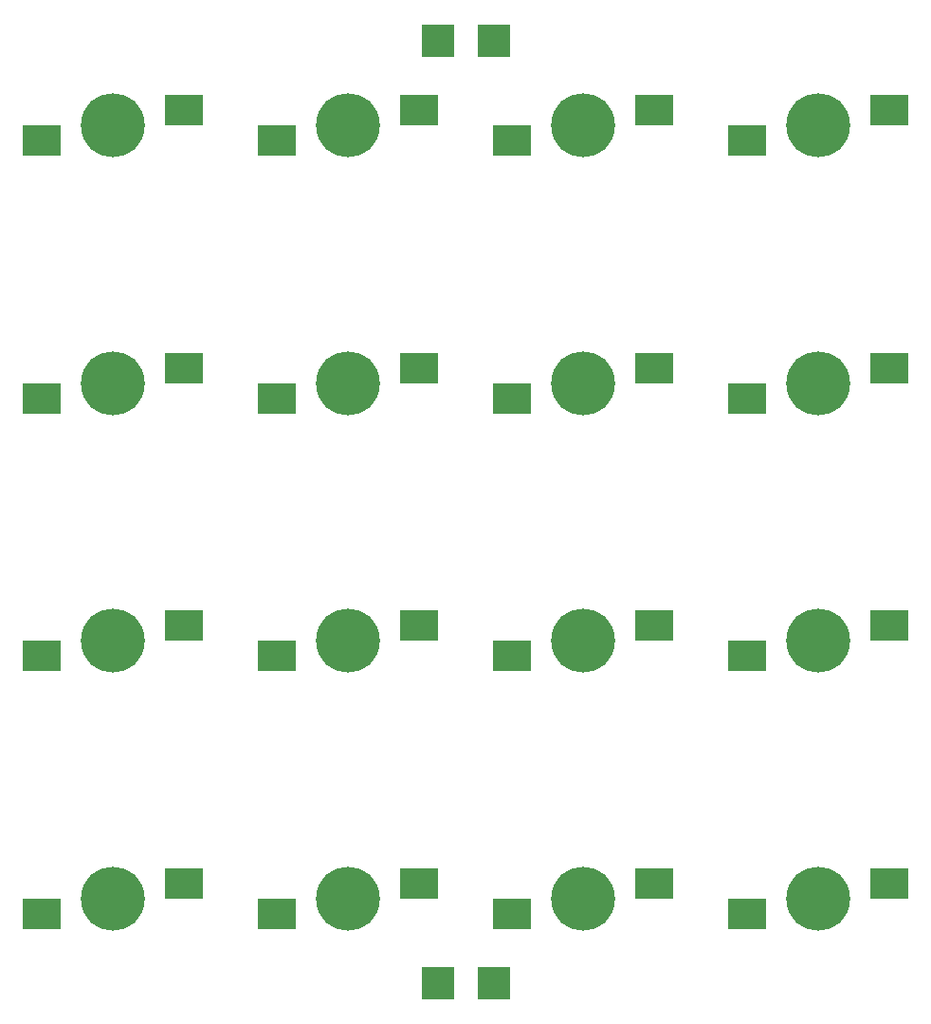
<source format=gbr>
%TF.GenerationSoftware,KiCad,Pcbnew,(6.0.2)*%
%TF.CreationDate,2022-02-24T13:51:07+07:00*%
%TF.ProjectId,LED_9x9,4c45445f-3978-4392-9e6b-696361645f70,rev?*%
%TF.SameCoordinates,Original*%
%TF.FileFunction,Paste,Top*%
%TF.FilePolarity,Positive*%
%FSLAX46Y46*%
G04 Gerber Fmt 4.6, Leading zero omitted, Abs format (unit mm)*
G04 Created by KiCad (PCBNEW (6.0.2)) date 2022-02-24 13:51:07*
%MOMM*%
%LPD*%
G01*
G04 APERTURE LIST*
%ADD10R,3.500000X2.700000*%
%ADD11C,5.700000*%
%ADD12R,3.000000X3.000000*%
G04 APERTURE END LIST*
D10*
%TO.C,D14*%
X122855100Y-51037800D03*
X110155100Y-53737800D03*
D11*
X116505100Y-52387800D03*
%TD*%
D10*
%TO.C,D12*%
X101855100Y-97037800D03*
X89155100Y-99737800D03*
D11*
X95505100Y-98387800D03*
%TD*%
D10*
%TO.C,D11*%
X101855100Y-74037800D03*
X89155100Y-76737800D03*
D11*
X95505100Y-75387800D03*
%TD*%
D12*
%TO.C,J2*%
X87505100Y-105887800D03*
X82505100Y-105887800D03*
%TD*%
D10*
%TO.C,D16*%
X122855100Y-97037800D03*
X110155100Y-99737800D03*
D11*
X116505100Y-98387800D03*
%TD*%
D12*
%TO.C,J1*%
X87505100Y-21887800D03*
X82505100Y-21887800D03*
%TD*%
D10*
%TO.C,D15*%
X122855100Y-74037800D03*
X110155100Y-76737800D03*
D11*
X116505100Y-75387800D03*
%TD*%
D10*
%TO.C,D13*%
X122855100Y-28037800D03*
X110155100Y-30737800D03*
D11*
X116505100Y-29387800D03*
%TD*%
D10*
%TO.C,D10*%
X101855100Y-51037800D03*
X89155100Y-53737800D03*
D11*
X95505100Y-52387800D03*
%TD*%
D10*
%TO.C,D7*%
X80855100Y-74037800D03*
X68155100Y-76737800D03*
D11*
X74505100Y-75387800D03*
%TD*%
D10*
%TO.C,D1*%
X59855100Y-28037800D03*
X47155100Y-30737800D03*
D11*
X53505100Y-29387800D03*
%TD*%
D10*
%TO.C,D9*%
X101855100Y-28037800D03*
X89155100Y-30737800D03*
D11*
X95505100Y-29387800D03*
%TD*%
D10*
%TO.C,D6*%
X80855100Y-51037800D03*
X68155100Y-53737800D03*
D11*
X74505100Y-52387800D03*
%TD*%
D10*
%TO.C,D5*%
X80855100Y-28037800D03*
X68155100Y-30737800D03*
D11*
X74505100Y-29387800D03*
%TD*%
D10*
%TO.C,D4*%
X59855100Y-97037800D03*
X47155100Y-99737800D03*
D11*
X53505100Y-98387800D03*
%TD*%
D10*
%TO.C,D2*%
X59855100Y-51037800D03*
X47155100Y-53737800D03*
D11*
X53505100Y-52387800D03*
%TD*%
D10*
%TO.C,D8*%
X80855100Y-97037800D03*
X68155100Y-99737800D03*
D11*
X74505100Y-98387800D03*
%TD*%
D10*
%TO.C,D3*%
X59855100Y-74037800D03*
X47155100Y-76737800D03*
D11*
X53505100Y-75387800D03*
%TD*%
M02*

</source>
